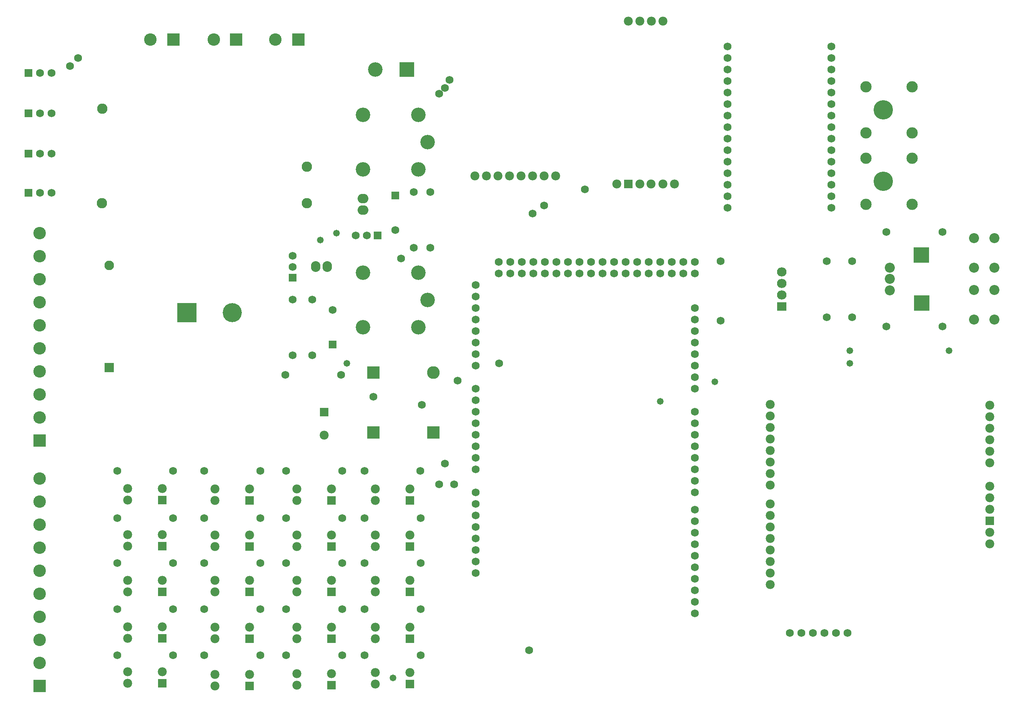
<source format=gbs>
G04*
G04 #@! TF.GenerationSoftware,Altium Limited,Altium Designer,19.0.15 (446)*
G04*
G04 Layer_Color=16711935*
%FSLAX44Y44*%
%MOMM*%
G71*
G01*
G75*
%ADD13C,1.7272*%
%ADD14R,2.1082X1.9812*%
%ADD15O,2.1082X1.9812*%
%ADD16R,1.7272X1.7272*%
%ADD17R,1.9812X1.9812*%
%ADD18C,1.9812*%
%ADD19R,1.9812X1.9812*%
%ADD20C,2.2032*%
%ADD21C,4.2672*%
%ADD22C,2.4892*%
%ADD23R,3.4032X3.4032*%
%ADD24C,2.7432*%
%ADD25R,2.7432X2.7432*%
%ADD26R,3.2032X3.2032*%
%ADD27C,3.2032*%
%ADD28C,4.2032*%
%ADD29R,4.2032X4.2032*%
%ADD30R,1.7272X1.7272*%
%ADD31R,2.7432X2.7432*%
%ADD32C,2.2860*%
%ADD33C,2.1032*%
%ADD34R,2.1032X2.1032*%
%ADD35R,2.8032X2.8032*%
%ADD36C,2.8032*%
%ADD37O,2.3622X2.1082*%
%ADD38O,2.1082X2.3622*%
%ADD39C,1.4732*%
D13*
X3652520Y1173579D02*
D03*
Y1296769D02*
D03*
X3434080Y1770380D02*
D03*
Y1744980D02*
D03*
Y1719580D02*
D03*
Y1694180D02*
D03*
Y1668780D02*
D03*
Y1643380D02*
D03*
Y1617980D02*
D03*
Y1592580D02*
D03*
Y1567180D02*
D03*
Y1541780D02*
D03*
Y1516380D02*
D03*
Y1490980D02*
D03*
Y1465580D02*
D03*
Y1440180D02*
D03*
Y1414780D02*
D03*
X3662680Y1770380D02*
D03*
Y1744980D02*
D03*
Y1719580D02*
D03*
Y1694180D02*
D03*
Y1668780D02*
D03*
Y1643380D02*
D03*
Y1617980D02*
D03*
Y1592580D02*
D03*
Y1567180D02*
D03*
Y1541780D02*
D03*
Y1516380D02*
D03*
Y1490980D02*
D03*
Y1465580D02*
D03*
Y1440180D02*
D03*
Y1414780D02*
D03*
X3708400Y1173579D02*
D03*
Y1296769D02*
D03*
X2583180Y1046480D02*
D03*
X2459990D02*
D03*
X2564368Y1189247D02*
D03*
X3906895Y1361440D02*
D03*
X3783705D02*
D03*
X1919695Y1711960D02*
D03*
X1945095D02*
D03*
X1919695Y1534160D02*
D03*
X1945095D02*
D03*
X1919695Y1447800D02*
D03*
X1945095D02*
D03*
X1919695Y1623060D02*
D03*
X1945095D02*
D03*
X2757570Y835000D02*
D03*
X2634380D02*
D03*
X2585330Y631340D02*
D03*
X2462140D02*
D03*
X2702560Y1365650D02*
D03*
X3361535Y1193800D02*
D03*
Y1168400D02*
D03*
Y1143000D02*
D03*
Y1117600D02*
D03*
Y1092200D02*
D03*
Y1066800D02*
D03*
Y1041400D02*
D03*
Y1016000D02*
D03*
Y787400D02*
D03*
Y812800D02*
D03*
Y838200D02*
D03*
Y863600D02*
D03*
Y889000D02*
D03*
Y914400D02*
D03*
Y939800D02*
D03*
Y965200D02*
D03*
Y596900D02*
D03*
Y622300D02*
D03*
Y647700D02*
D03*
Y673100D02*
D03*
Y698500D02*
D03*
Y723900D02*
D03*
Y749300D02*
D03*
Y1295400D02*
D03*
Y1270000D02*
D03*
X3336135Y1295400D02*
D03*
Y1270000D02*
D03*
X3310735Y1295400D02*
D03*
Y1270000D02*
D03*
X3285335Y1295400D02*
D03*
Y1270000D02*
D03*
X3259935Y1295400D02*
D03*
Y1270000D02*
D03*
X3234535Y1295400D02*
D03*
Y1270000D02*
D03*
X3209135Y1295400D02*
D03*
Y1270000D02*
D03*
X3183735Y1295400D02*
D03*
Y1270000D02*
D03*
X3158335Y1295400D02*
D03*
Y1270000D02*
D03*
X3132935Y1295400D02*
D03*
Y1270000D02*
D03*
X3107535Y1295400D02*
D03*
Y1270000D02*
D03*
X3082135Y1295400D02*
D03*
Y1270000D02*
D03*
X3056735Y1295400D02*
D03*
Y1270000D02*
D03*
X3031335Y1295400D02*
D03*
Y1270000D02*
D03*
X3005935Y1295400D02*
D03*
Y1270000D02*
D03*
X2980535Y1295400D02*
D03*
Y1270000D02*
D03*
X2955135Y1295400D02*
D03*
Y1270000D02*
D03*
X2929735Y1295400D02*
D03*
Y1270000D02*
D03*
X2879245Y787160D02*
D03*
Y761760D02*
D03*
Y736360D02*
D03*
Y710960D02*
D03*
Y685560D02*
D03*
Y660160D02*
D03*
Y1066560D02*
D03*
Y1091960D02*
D03*
Y1117360D02*
D03*
Y1142760D02*
D03*
Y1168160D02*
D03*
Y1193560D02*
D03*
Y1218960D02*
D03*
Y1244360D02*
D03*
Y837960D02*
D03*
Y863360D02*
D03*
Y888760D02*
D03*
Y914160D02*
D03*
Y939560D02*
D03*
Y964960D02*
D03*
Y990360D02*
D03*
Y1015760D02*
D03*
Y634760D02*
D03*
Y609360D02*
D03*
X3361535Y571500D02*
D03*
Y546100D02*
D03*
Y520700D02*
D03*
X2743200Y1326280D02*
D03*
Y1449470D02*
D03*
X2519680Y1212610D02*
D03*
Y1089420D02*
D03*
X2639531Y1353820D02*
D03*
X2615531D02*
D03*
X2476650Y1284500D02*
D03*
Y1308500D02*
D03*
X2778976Y1326280D02*
D03*
Y1449470D02*
D03*
X2476334Y1212610D02*
D03*
Y1089420D02*
D03*
X2213125Y835000D02*
D03*
X2089935D02*
D03*
X2213125Y730790D02*
D03*
X2089935D02*
D03*
X2213125Y631730D02*
D03*
X2089935D02*
D03*
X2213125Y530130D02*
D03*
X2089935D02*
D03*
X2213125Y428530D02*
D03*
X2089935D02*
D03*
X2405135Y835000D02*
D03*
X2281945D02*
D03*
X2405135Y730400D02*
D03*
X2281945D02*
D03*
X2405135Y631340D02*
D03*
X2281945D02*
D03*
X2405135Y529740D02*
D03*
X2281945D02*
D03*
X2405135Y428140D02*
D03*
X2281945D02*
D03*
X2585330Y835000D02*
D03*
X2462140D02*
D03*
X2585330Y730400D02*
D03*
X2462140D02*
D03*
X2585330Y529740D02*
D03*
X2462140D02*
D03*
X2585330Y428140D02*
D03*
X2462140D02*
D03*
X2758205Y631340D02*
D03*
X2635015D02*
D03*
X2758205Y529740D02*
D03*
X2635015D02*
D03*
X2758205Y428140D02*
D03*
X2635015D02*
D03*
X2758205Y730400D02*
D03*
X2635015D02*
D03*
X3783705Y1153160D02*
D03*
X3906895D02*
D03*
X2004060Y1744980D02*
D03*
X3418840Y1165860D02*
D03*
Y1296769D02*
D03*
X2997200Y439420D02*
D03*
X2799080Y805180D02*
D03*
X2832100D02*
D03*
X2811780Y850900D02*
D03*
X2760980Y980440D02*
D03*
X2654300Y998220D02*
D03*
X2931160Y1071880D02*
D03*
X2839720Y1033780D02*
D03*
X1986280Y1727200D02*
D03*
X2715260Y1303020D02*
D03*
X3004820Y1402080D02*
D03*
X3030220Y1419860D02*
D03*
X3120000Y1455420D02*
D03*
X2799080Y1666240D02*
D03*
X2811960Y1679120D02*
D03*
X2821940Y1696720D02*
D03*
X3698240Y477520D02*
D03*
X3672840D02*
D03*
X3647440D02*
D03*
X3571240D02*
D03*
X3596640D02*
D03*
X3622040D02*
D03*
D14*
X3553460Y1197074D02*
D03*
D15*
Y1222474D02*
D03*
Y1247874D02*
D03*
Y1273274D02*
D03*
D16*
X2564368Y1113047D02*
D03*
X2702560Y1441850D02*
D03*
X2476650Y1260500D02*
D03*
D17*
X2545301Y963803D02*
D03*
X4011260Y724800D02*
D03*
D18*
X2545301Y913003D02*
D03*
X3190240Y1467128D02*
D03*
X3291840D02*
D03*
X3265650D02*
D03*
X3241040D02*
D03*
X3317240D02*
D03*
X3291840Y1825948D02*
D03*
X3215640D02*
D03*
X3241040D02*
D03*
X3266440D02*
D03*
X3528060Y981200D02*
D03*
Y955800D02*
D03*
Y930400D02*
D03*
Y905000D02*
D03*
Y879600D02*
D03*
Y854200D02*
D03*
Y828800D02*
D03*
Y803400D02*
D03*
X4011260Y674000D02*
D03*
Y699400D02*
D03*
Y750200D02*
D03*
Y775600D02*
D03*
Y801000D02*
D03*
Y852200D02*
D03*
Y877600D02*
D03*
Y903000D02*
D03*
Y928400D02*
D03*
Y953800D02*
D03*
Y979200D02*
D03*
X3528060Y584200D02*
D03*
Y609600D02*
D03*
Y635000D02*
D03*
Y660400D02*
D03*
Y685800D02*
D03*
Y711200D02*
D03*
Y736600D02*
D03*
Y762000D02*
D03*
X2877820Y1485161D02*
D03*
X2903220D02*
D03*
X2928620D02*
D03*
X2954020D02*
D03*
X2979420D02*
D03*
X3004820D02*
D03*
X3030220D02*
D03*
X3055620D02*
D03*
X2485635Y387500D02*
D03*
Y362100D02*
D03*
X2561835Y387500D02*
D03*
X2113430Y795560D02*
D03*
Y770160D02*
D03*
X2189630Y795560D02*
D03*
X2113430Y693960D02*
D03*
Y668560D02*
D03*
X2189630Y693960D02*
D03*
X2113430Y593630D02*
D03*
Y568230D02*
D03*
X2189630Y593630D02*
D03*
X2113430Y490760D02*
D03*
Y465360D02*
D03*
X2189630Y490760D02*
D03*
X2113430Y391700D02*
D03*
Y366300D02*
D03*
X2189630Y391700D02*
D03*
X2305440Y795170D02*
D03*
Y769770D02*
D03*
X2381640Y795170D02*
D03*
X2305440Y693570D02*
D03*
Y668170D02*
D03*
X2381640Y693570D02*
D03*
X2305440Y593240D02*
D03*
Y567840D02*
D03*
X2381640Y593240D02*
D03*
X2305440Y490370D02*
D03*
Y464970D02*
D03*
X2381640Y490370D02*
D03*
X2305440Y386230D02*
D03*
Y360830D02*
D03*
X2381640Y386230D02*
D03*
X2485635Y795170D02*
D03*
Y769770D02*
D03*
X2561835Y795170D02*
D03*
X2485635Y693570D02*
D03*
Y668170D02*
D03*
X2561835Y693570D02*
D03*
X2485635Y593240D02*
D03*
Y567840D02*
D03*
X2561835Y593240D02*
D03*
X2485635Y490370D02*
D03*
Y464970D02*
D03*
X2561835Y490370D02*
D03*
X2658510Y593240D02*
D03*
Y567840D02*
D03*
X2734710Y593240D02*
D03*
X2658510Y490370D02*
D03*
Y464970D02*
D03*
X2734710Y490370D02*
D03*
X2658510Y390040D02*
D03*
Y364640D02*
D03*
X2734710Y390040D02*
D03*
X2658510Y795170D02*
D03*
Y769770D02*
D03*
X2734710Y795170D02*
D03*
X2658510Y693570D02*
D03*
Y668170D02*
D03*
X2734710Y693570D02*
D03*
D19*
X3215640Y1467128D02*
D03*
X2561835Y362100D02*
D03*
X2189630Y770160D02*
D03*
Y668560D02*
D03*
Y568230D02*
D03*
Y465360D02*
D03*
Y366300D02*
D03*
X2381640Y769770D02*
D03*
Y668170D02*
D03*
Y567840D02*
D03*
Y464970D02*
D03*
Y360830D02*
D03*
X2561835Y769770D02*
D03*
Y668170D02*
D03*
Y567840D02*
D03*
Y464970D02*
D03*
X2734710Y567840D02*
D03*
Y464970D02*
D03*
Y364640D02*
D03*
Y769770D02*
D03*
Y668170D02*
D03*
D20*
X4021735Y1233400D02*
D03*
X3976735D02*
D03*
X4021735Y1168400D02*
D03*
X3976735D02*
D03*
X4021735Y1347700D02*
D03*
X3976735D02*
D03*
X4021735Y1282700D02*
D03*
X3976735D02*
D03*
X3790800Y1282640D02*
D03*
Y1232640D02*
D03*
Y1257640D02*
D03*
D21*
X3776786Y1630680D02*
D03*
Y1473200D02*
D03*
D22*
X3738786Y1681480D02*
D03*
X3840386D02*
D03*
X3840286Y1579880D02*
D03*
X3738686D02*
D03*
X3738786Y1524000D02*
D03*
X3840386D02*
D03*
X3840286Y1422400D02*
D03*
X3738686D02*
D03*
D23*
X3861800Y1204640D02*
D03*
X3860800Y1310640D02*
D03*
D24*
X2438550Y1785816D02*
D03*
X2302406D02*
D03*
X2163087D02*
D03*
X1918806Y1358900D02*
D03*
Y1308100D02*
D03*
Y1257300D02*
D03*
Y1206500D02*
D03*
Y1155700D02*
D03*
Y1104900D02*
D03*
Y1054100D02*
D03*
Y1003300D02*
D03*
Y952500D02*
D03*
Y817880D02*
D03*
Y767080D02*
D03*
Y716280D02*
D03*
Y665480D02*
D03*
Y614680D02*
D03*
Y563880D02*
D03*
Y513080D02*
D03*
Y462280D02*
D03*
Y411480D02*
D03*
D25*
X2489350Y1785816D02*
D03*
X2352190D02*
D03*
X2213887D02*
D03*
D26*
X2727960Y1719580D02*
D03*
D27*
X2657960D02*
D03*
X2773405Y1559560D02*
D03*
X2631405Y1499560D02*
D03*
X2753405D02*
D03*
X2631405Y1619560D02*
D03*
X2753405D02*
D03*
X2773405Y1211340D02*
D03*
X2631405Y1151340D02*
D03*
X2753405D02*
D03*
X2631405Y1271340D02*
D03*
X2753405D02*
D03*
D28*
X2343620Y1183640D02*
D03*
D29*
X2243620D02*
D03*
D30*
X1894295Y1711960D02*
D03*
Y1534160D02*
D03*
Y1447800D02*
D03*
Y1623060D02*
D03*
X2663531Y1353820D02*
D03*
D31*
X1918806Y901700D02*
D03*
Y360680D02*
D03*
D32*
X2057196Y1632940D02*
D03*
X2056346Y1424940D02*
D03*
X2507196D02*
D03*
Y1504940D02*
D03*
D33*
X2072310Y1287780D02*
D03*
D34*
Y1062780D02*
D03*
D35*
X2654380Y919480D02*
D03*
X2786380D02*
D03*
X2654380Y1051480D02*
D03*
D36*
X2786380D02*
D03*
D37*
X2630995Y1409700D02*
D03*
Y1435100D02*
D03*
D38*
X2552700Y1285000D02*
D03*
X2527300D02*
D03*
D39*
X2697480Y378460D02*
D03*
X3921760Y1099820D02*
D03*
X3703320Y1071880D02*
D03*
Y1099820D02*
D03*
X3406140Y1031240D02*
D03*
X2595880Y1071880D02*
D03*
X3285335Y988060D02*
D03*
X2573020Y1358900D02*
D03*
X2537460Y1343660D02*
D03*
M02*

</source>
